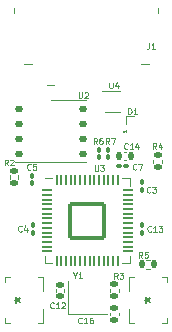
<source format=gto>
G04 #@! TF.GenerationSoftware,KiCad,Pcbnew,(6.0.5-0)*
G04 #@! TF.CreationDate,2022-09-21T23:51:35-04:00*
G04 #@! TF.ProjectId,pico_ducky_pcb,7069636f-5f64-4756-936b-795f7063622e,rev?*
G04 #@! TF.SameCoordinates,Original*
G04 #@! TF.FileFunction,Legend,Top*
G04 #@! TF.FilePolarity,Positive*
%FSLAX46Y46*%
G04 Gerber Fmt 4.6, Leading zero omitted, Abs format (unit mm)*
G04 Created by KiCad (PCBNEW (6.0.5-0)) date 2022-09-21 23:51:35*
%MOMM*%
%LPD*%
G01*
G04 APERTURE LIST*
G04 Aperture macros list*
%AMRoundRect*
0 Rectangle with rounded corners*
0 $1 Rounding radius*
0 $2 $3 $4 $5 $6 $7 $8 $9 X,Y pos of 4 corners*
0 Add a 4 corners polygon primitive as box body*
4,1,4,$2,$3,$4,$5,$6,$7,$8,$9,$2,$3,0*
0 Add four circle primitives for the rounded corners*
1,1,$1+$1,$2,$3*
1,1,$1+$1,$4,$5*
1,1,$1+$1,$6,$7*
1,1,$1+$1,$8,$9*
0 Add four rect primitives between the rounded corners*
20,1,$1+$1,$2,$3,$4,$5,0*
20,1,$1+$1,$4,$5,$6,$7,0*
20,1,$1+$1,$6,$7,$8,$9,0*
20,1,$1+$1,$8,$9,$2,$3,0*%
G04 Aperture macros list end*
%ADD10C,0.100000*%
%ADD11C,0.150000*%
%ADD12C,0.075000*%
%ADD13C,0.120000*%
%ADD14RoundRect,0.100000X-0.100000X0.130000X-0.100000X-0.130000X0.100000X-0.130000X0.100000X0.130000X0*%
%ADD15C,0.711200*%
%ADD16R,0.812800X0.508000*%
%ADD17R,0.508000X0.889000*%
%ADD18R,0.500000X0.500000*%
%ADD19RoundRect,0.125000X-0.250000X-0.125000X0.250000X-0.125000X0.250000X0.125000X-0.250000X0.125000X0*%
%ADD20R,3.400000X4.300000*%
%ADD21RoundRect,0.100000X0.100000X-0.130000X0.100000X0.130000X-0.100000X0.130000X-0.100000X-0.130000X0*%
%ADD22RoundRect,0.100000X0.130000X0.100000X-0.130000X0.100000X-0.130000X-0.100000X0.130000X-0.100000X0*%
%ADD23R,1.150000X1.000000*%
%ADD24R,0.700000X0.340000*%
%ADD25RoundRect,0.140000X0.170000X-0.140000X0.170000X0.140000X-0.170000X0.140000X-0.170000X-0.140000X0*%
%ADD26RoundRect,0.050000X-0.387500X-0.050000X0.387500X-0.050000X0.387500X0.050000X-0.387500X0.050000X0*%
%ADD27RoundRect,0.050000X-0.050000X-0.387500X0.050000X-0.387500X0.050000X0.387500X-0.050000X0.387500X0*%
%ADD28RoundRect,0.144000X-1.456000X-1.456000X1.456000X-1.456000X1.456000X1.456000X-1.456000X1.456000X0*%
%ADD29RoundRect,0.135000X0.135000X0.185000X-0.135000X0.185000X-0.135000X-0.185000X0.135000X-0.185000X0*%
%ADD30RoundRect,0.135000X0.185000X-0.135000X0.185000X0.135000X-0.185000X0.135000X-0.185000X-0.135000X0*%
%ADD31RoundRect,0.140000X-0.170000X0.140000X-0.170000X-0.140000X0.170000X-0.140000X0.170000X0.140000X0*%
%ADD32RoundRect,0.135000X-0.185000X0.135000X-0.185000X-0.135000X0.185000X-0.135000X0.185000X0.135000X0*%
%ADD33RoundRect,0.140000X0.140000X0.170000X-0.140000X0.170000X-0.140000X-0.170000X0.140000X-0.170000X0*%
%ADD34R,1.300000X1.700000*%
%ADD35C,2.600000*%
G04 APERTURE END LIST*
D10*
X92451666Y-55578571D02*
X92427857Y-55602380D01*
X92356428Y-55626190D01*
X92308809Y-55626190D01*
X92237380Y-55602380D01*
X92189761Y-55554761D01*
X92165952Y-55507142D01*
X92142142Y-55411904D01*
X92142142Y-55340476D01*
X92165952Y-55245238D01*
X92189761Y-55197619D01*
X92237380Y-55150000D01*
X92308809Y-55126190D01*
X92356428Y-55126190D01*
X92427857Y-55150000D01*
X92451666Y-55173809D01*
X92618333Y-55126190D02*
X92927857Y-55126190D01*
X92761190Y-55316666D01*
X92832619Y-55316666D01*
X92880238Y-55340476D01*
X92904047Y-55364285D01*
X92927857Y-55411904D01*
X92927857Y-55530952D01*
X92904047Y-55578571D01*
X92880238Y-55602380D01*
X92832619Y-55626190D01*
X92689761Y-55626190D01*
X92642142Y-55602380D01*
X92618333Y-55578571D01*
D11*
X80948180Y-64700000D02*
X81186276Y-64700000D01*
X81091038Y-64938095D02*
X81186276Y-64700000D01*
X81091038Y-64461904D01*
X81376752Y-64842857D02*
X81186276Y-64700000D01*
X81376752Y-64557142D01*
D10*
X90565952Y-48961190D02*
X90565952Y-48461190D01*
X90685000Y-48461190D01*
X90756428Y-48485000D01*
X90804047Y-48532619D01*
X90827857Y-48580238D01*
X90851666Y-48675476D01*
X90851666Y-48746904D01*
X90827857Y-48842142D01*
X90804047Y-48889761D01*
X90756428Y-48937380D01*
X90685000Y-48961190D01*
X90565952Y-48961190D01*
X91327857Y-48961190D02*
X91042142Y-48961190D01*
X91185000Y-48961190D02*
X91185000Y-48461190D01*
X91137380Y-48532619D01*
X91089761Y-48580238D01*
X91042142Y-48604047D01*
D12*
X90415714Y-50334285D02*
X90415714Y-50505714D01*
X90415714Y-50420000D02*
X90115714Y-50420000D01*
X90158571Y-50448571D01*
X90187142Y-50477142D01*
X90201428Y-50505714D01*
D10*
X86369047Y-47096190D02*
X86369047Y-47500952D01*
X86392857Y-47548571D01*
X86416666Y-47572380D01*
X86464285Y-47596190D01*
X86559523Y-47596190D01*
X86607142Y-47572380D01*
X86630952Y-47548571D01*
X86654761Y-47500952D01*
X86654761Y-47096190D01*
X86869047Y-47143809D02*
X86892857Y-47120000D01*
X86940476Y-47096190D01*
X87059523Y-47096190D01*
X87107142Y-47120000D01*
X87130952Y-47143809D01*
X87154761Y-47191428D01*
X87154761Y-47239047D01*
X87130952Y-47310476D01*
X86845238Y-47596190D01*
X87154761Y-47596190D01*
X88966666Y-51496190D02*
X88800000Y-51258095D01*
X88680952Y-51496190D02*
X88680952Y-50996190D01*
X88871428Y-50996190D01*
X88919047Y-51020000D01*
X88942857Y-51043809D01*
X88966666Y-51091428D01*
X88966666Y-51162857D01*
X88942857Y-51210476D01*
X88919047Y-51234285D01*
X88871428Y-51258095D01*
X88680952Y-51258095D01*
X89133333Y-50996190D02*
X89466666Y-50996190D01*
X89252380Y-51496190D01*
X91246666Y-53618571D02*
X91222857Y-53642380D01*
X91151428Y-53666190D01*
X91103809Y-53666190D01*
X91032380Y-53642380D01*
X90984761Y-53594761D01*
X90960952Y-53547142D01*
X90937142Y-53451904D01*
X90937142Y-53380476D01*
X90960952Y-53285238D01*
X90984761Y-53237619D01*
X91032380Y-53190000D01*
X91103809Y-53166190D01*
X91151428Y-53166190D01*
X91222857Y-53190000D01*
X91246666Y-53213809D01*
X91413333Y-53166190D02*
X91746666Y-53166190D01*
X91532380Y-53666190D01*
X86051904Y-62638095D02*
X86051904Y-62876190D01*
X85885238Y-62376190D02*
X86051904Y-62638095D01*
X86218571Y-62376190D01*
X86647142Y-62876190D02*
X86361428Y-62876190D01*
X86504285Y-62876190D02*
X86504285Y-62376190D01*
X86456666Y-62447619D01*
X86409047Y-62495238D01*
X86361428Y-62519047D01*
X88969047Y-46296190D02*
X88969047Y-46700952D01*
X88992857Y-46748571D01*
X89016666Y-46772380D01*
X89064285Y-46796190D01*
X89159523Y-46796190D01*
X89207142Y-46772380D01*
X89230952Y-46748571D01*
X89254761Y-46700952D01*
X89254761Y-46296190D01*
X89707142Y-46462857D02*
X89707142Y-46796190D01*
X89588095Y-46272380D02*
X89469047Y-46629523D01*
X89778571Y-46629523D01*
X82316666Y-53638571D02*
X82292857Y-53662380D01*
X82221428Y-53686190D01*
X82173809Y-53686190D01*
X82102380Y-53662380D01*
X82054761Y-53614761D01*
X82030952Y-53567142D01*
X82007142Y-53471904D01*
X82007142Y-53400476D01*
X82030952Y-53305238D01*
X82054761Y-53257619D01*
X82102380Y-53210000D01*
X82173809Y-53186190D01*
X82221428Y-53186190D01*
X82292857Y-53210000D01*
X82316666Y-53233809D01*
X82769047Y-53186190D02*
X82530952Y-53186190D01*
X82507142Y-53424285D01*
X82530952Y-53400476D01*
X82578571Y-53376666D01*
X82697619Y-53376666D01*
X82745238Y-53400476D01*
X82769047Y-53424285D01*
X82792857Y-53471904D01*
X82792857Y-53590952D01*
X82769047Y-53638571D01*
X82745238Y-53662380D01*
X82697619Y-53686190D01*
X82578571Y-53686190D01*
X82530952Y-53662380D01*
X82507142Y-53638571D01*
X81546666Y-58863571D02*
X81522857Y-58887380D01*
X81451428Y-58911190D01*
X81403809Y-58911190D01*
X81332380Y-58887380D01*
X81284761Y-58839761D01*
X81260952Y-58792142D01*
X81237142Y-58696904D01*
X81237142Y-58625476D01*
X81260952Y-58530238D01*
X81284761Y-58482619D01*
X81332380Y-58435000D01*
X81403809Y-58411190D01*
X81451428Y-58411190D01*
X81522857Y-58435000D01*
X81546666Y-58458809D01*
X81975238Y-58577857D02*
X81975238Y-58911190D01*
X81856190Y-58387380D02*
X81737142Y-58744523D01*
X82046666Y-58744523D01*
X86628571Y-66648571D02*
X86604761Y-66672380D01*
X86533333Y-66696190D01*
X86485714Y-66696190D01*
X86414285Y-66672380D01*
X86366666Y-66624761D01*
X86342857Y-66577142D01*
X86319047Y-66481904D01*
X86319047Y-66410476D01*
X86342857Y-66315238D01*
X86366666Y-66267619D01*
X86414285Y-66220000D01*
X86485714Y-66196190D01*
X86533333Y-66196190D01*
X86604761Y-66220000D01*
X86628571Y-66243809D01*
X87104761Y-66696190D02*
X86819047Y-66696190D01*
X86961904Y-66696190D02*
X86961904Y-66196190D01*
X86914285Y-66267619D01*
X86866666Y-66315238D01*
X86819047Y-66339047D01*
X87533333Y-66196190D02*
X87438095Y-66196190D01*
X87390476Y-66220000D01*
X87366666Y-66243809D01*
X87319047Y-66315238D01*
X87295238Y-66410476D01*
X87295238Y-66600952D01*
X87319047Y-66648571D01*
X87342857Y-66672380D01*
X87390476Y-66696190D01*
X87485714Y-66696190D01*
X87533333Y-66672380D01*
X87557142Y-66648571D01*
X87580952Y-66600952D01*
X87580952Y-66481904D01*
X87557142Y-66434285D01*
X87533333Y-66410476D01*
X87485714Y-66386666D01*
X87390476Y-66386666D01*
X87342857Y-66410476D01*
X87319047Y-66434285D01*
X87295238Y-66481904D01*
X87734047Y-53281190D02*
X87734047Y-53685952D01*
X87757857Y-53733571D01*
X87781666Y-53757380D01*
X87829285Y-53781190D01*
X87924523Y-53781190D01*
X87972142Y-53757380D01*
X87995952Y-53733571D01*
X88019761Y-53685952D01*
X88019761Y-53281190D01*
X88210238Y-53281190D02*
X88519761Y-53281190D01*
X88353095Y-53471666D01*
X88424523Y-53471666D01*
X88472142Y-53495476D01*
X88495952Y-53519285D01*
X88519761Y-53566904D01*
X88519761Y-53685952D01*
X88495952Y-53733571D01*
X88472142Y-53757380D01*
X88424523Y-53781190D01*
X88281666Y-53781190D01*
X88234047Y-53757380D01*
X88210238Y-53733571D01*
D11*
X91956580Y-64700000D02*
X92194676Y-64700000D01*
X92099438Y-64938095D02*
X92194676Y-64700000D01*
X92099438Y-64461904D01*
X92385152Y-64842857D02*
X92194676Y-64700000D01*
X92385152Y-64557142D01*
D10*
X91766666Y-61126190D02*
X91600000Y-60888095D01*
X91480952Y-61126190D02*
X91480952Y-60626190D01*
X91671428Y-60626190D01*
X91719047Y-60650000D01*
X91742857Y-60673809D01*
X91766666Y-60721428D01*
X91766666Y-60792857D01*
X91742857Y-60840476D01*
X91719047Y-60864285D01*
X91671428Y-60888095D01*
X91480952Y-60888095D01*
X92219047Y-60626190D02*
X91980952Y-60626190D01*
X91957142Y-60864285D01*
X91980952Y-60840476D01*
X92028571Y-60816666D01*
X92147619Y-60816666D01*
X92195238Y-60840476D01*
X92219047Y-60864285D01*
X92242857Y-60911904D01*
X92242857Y-61030952D01*
X92219047Y-61078571D01*
X92195238Y-61102380D01*
X92147619Y-61126190D01*
X92028571Y-61126190D01*
X91980952Y-61102380D01*
X91957142Y-61078571D01*
X89666666Y-62896190D02*
X89500000Y-62658095D01*
X89380952Y-62896190D02*
X89380952Y-62396190D01*
X89571428Y-62396190D01*
X89619047Y-62420000D01*
X89642857Y-62443809D01*
X89666666Y-62491428D01*
X89666666Y-62562857D01*
X89642857Y-62610476D01*
X89619047Y-62634285D01*
X89571428Y-62658095D01*
X89380952Y-62658095D01*
X89833333Y-62396190D02*
X90142857Y-62396190D01*
X89976190Y-62586666D01*
X90047619Y-62586666D01*
X90095238Y-62610476D01*
X90119047Y-62634285D01*
X90142857Y-62681904D01*
X90142857Y-62800952D01*
X90119047Y-62848571D01*
X90095238Y-62872380D01*
X90047619Y-62896190D01*
X89904761Y-62896190D01*
X89857142Y-62872380D01*
X89833333Y-62848571D01*
X92508571Y-58888571D02*
X92484761Y-58912380D01*
X92413333Y-58936190D01*
X92365714Y-58936190D01*
X92294285Y-58912380D01*
X92246666Y-58864761D01*
X92222857Y-58817142D01*
X92199047Y-58721904D01*
X92199047Y-58650476D01*
X92222857Y-58555238D01*
X92246666Y-58507619D01*
X92294285Y-58460000D01*
X92365714Y-58436190D01*
X92413333Y-58436190D01*
X92484761Y-58460000D01*
X92508571Y-58483809D01*
X92984761Y-58936190D02*
X92699047Y-58936190D01*
X92841904Y-58936190D02*
X92841904Y-58436190D01*
X92794285Y-58507619D01*
X92746666Y-58555238D01*
X92699047Y-58579047D01*
X93151428Y-58436190D02*
X93460952Y-58436190D01*
X93294285Y-58626666D01*
X93365714Y-58626666D01*
X93413333Y-58650476D01*
X93437142Y-58674285D01*
X93460952Y-58721904D01*
X93460952Y-58840952D01*
X93437142Y-58888571D01*
X93413333Y-58912380D01*
X93365714Y-58936190D01*
X93222857Y-58936190D01*
X93175238Y-58912380D01*
X93151428Y-58888571D01*
X84263571Y-65358571D02*
X84239761Y-65382380D01*
X84168333Y-65406190D01*
X84120714Y-65406190D01*
X84049285Y-65382380D01*
X84001666Y-65334761D01*
X83977857Y-65287142D01*
X83954047Y-65191904D01*
X83954047Y-65120476D01*
X83977857Y-65025238D01*
X84001666Y-64977619D01*
X84049285Y-64930000D01*
X84120714Y-64906190D01*
X84168333Y-64906190D01*
X84239761Y-64930000D01*
X84263571Y-64953809D01*
X84739761Y-65406190D02*
X84454047Y-65406190D01*
X84596904Y-65406190D02*
X84596904Y-64906190D01*
X84549285Y-64977619D01*
X84501666Y-65025238D01*
X84454047Y-65049047D01*
X84930238Y-64953809D02*
X84954047Y-64930000D01*
X85001666Y-64906190D01*
X85120714Y-64906190D01*
X85168333Y-64930000D01*
X85192142Y-64953809D01*
X85215952Y-65001428D01*
X85215952Y-65049047D01*
X85192142Y-65120476D01*
X84906428Y-65406190D01*
X85215952Y-65406190D01*
X87916666Y-51496190D02*
X87750000Y-51258095D01*
X87630952Y-51496190D02*
X87630952Y-50996190D01*
X87821428Y-50996190D01*
X87869047Y-51020000D01*
X87892857Y-51043809D01*
X87916666Y-51091428D01*
X87916666Y-51162857D01*
X87892857Y-51210476D01*
X87869047Y-51234285D01*
X87821428Y-51258095D01*
X87630952Y-51258095D01*
X88345238Y-50996190D02*
X88250000Y-50996190D01*
X88202380Y-51020000D01*
X88178571Y-51043809D01*
X88130952Y-51115238D01*
X88107142Y-51210476D01*
X88107142Y-51400952D01*
X88130952Y-51448571D01*
X88154761Y-51472380D01*
X88202380Y-51496190D01*
X88297619Y-51496190D01*
X88345238Y-51472380D01*
X88369047Y-51448571D01*
X88392857Y-51400952D01*
X88392857Y-51281904D01*
X88369047Y-51234285D01*
X88345238Y-51210476D01*
X88297619Y-51186666D01*
X88202380Y-51186666D01*
X88154761Y-51210476D01*
X88130952Y-51234285D01*
X88107142Y-51281904D01*
X92946666Y-51926190D02*
X92780000Y-51688095D01*
X92660952Y-51926190D02*
X92660952Y-51426190D01*
X92851428Y-51426190D01*
X92899047Y-51450000D01*
X92922857Y-51473809D01*
X92946666Y-51521428D01*
X92946666Y-51592857D01*
X92922857Y-51640476D01*
X92899047Y-51664285D01*
X92851428Y-51688095D01*
X92660952Y-51688095D01*
X93375238Y-51592857D02*
X93375238Y-51926190D01*
X93256190Y-51402380D02*
X93137142Y-51759523D01*
X93446666Y-51759523D01*
X90518571Y-51878571D02*
X90494761Y-51902380D01*
X90423333Y-51926190D01*
X90375714Y-51926190D01*
X90304285Y-51902380D01*
X90256666Y-51854761D01*
X90232857Y-51807142D01*
X90209047Y-51711904D01*
X90209047Y-51640476D01*
X90232857Y-51545238D01*
X90256666Y-51497619D01*
X90304285Y-51450000D01*
X90375714Y-51426190D01*
X90423333Y-51426190D01*
X90494761Y-51450000D01*
X90518571Y-51473809D01*
X90994761Y-51926190D02*
X90709047Y-51926190D01*
X90851904Y-51926190D02*
X90851904Y-51426190D01*
X90804285Y-51497619D01*
X90756666Y-51545238D01*
X90709047Y-51569047D01*
X91423333Y-51592857D02*
X91423333Y-51926190D01*
X91304285Y-51402380D02*
X91185238Y-51759523D01*
X91494761Y-51759523D01*
X80396666Y-53316190D02*
X80230000Y-53078095D01*
X80110952Y-53316190D02*
X80110952Y-52816190D01*
X80301428Y-52816190D01*
X80349047Y-52840000D01*
X80372857Y-52863809D01*
X80396666Y-52911428D01*
X80396666Y-52982857D01*
X80372857Y-53030476D01*
X80349047Y-53054285D01*
X80301428Y-53078095D01*
X80110952Y-53078095D01*
X80587142Y-52863809D02*
X80610952Y-52840000D01*
X80658571Y-52816190D01*
X80777619Y-52816190D01*
X80825238Y-52840000D01*
X80849047Y-52863809D01*
X80872857Y-52911428D01*
X80872857Y-52959047D01*
X80849047Y-53030476D01*
X80563333Y-53316190D01*
X80872857Y-53316190D01*
X92333333Y-42946190D02*
X92333333Y-43303333D01*
X92309523Y-43374761D01*
X92261904Y-43422380D01*
X92190476Y-43446190D01*
X92142857Y-43446190D01*
X92833333Y-43446190D02*
X92547619Y-43446190D01*
X92690476Y-43446190D02*
X92690476Y-42946190D01*
X92642857Y-43017619D01*
X92595238Y-43065238D01*
X92547619Y-43089047D01*
D13*
X83350000Y-63922760D02*
X83350000Y-62769600D01*
X80150000Y-62770000D02*
X80150000Y-63200000D01*
X80560000Y-62769600D02*
X80150000Y-62769600D01*
X80150000Y-66230000D02*
X80150000Y-66630000D01*
X83343931Y-62769600D02*
X82956070Y-62769600D01*
X80150000Y-66630400D02*
X80560000Y-66630400D01*
X82950000Y-66630400D02*
X83337861Y-66630400D01*
X83350000Y-66630400D02*
X83350000Y-65477240D01*
D10*
X90400000Y-49120000D02*
X90400000Y-49770000D01*
X91050000Y-49120000D02*
X90400000Y-49120000D01*
D13*
X81000000Y-53010000D02*
X87000000Y-53010000D01*
X84000000Y-47790000D02*
X87000000Y-47790000D01*
X85450000Y-63100000D02*
X85450000Y-65900000D01*
X85450000Y-65900000D02*
X88750000Y-65900000D01*
X88350000Y-46970000D02*
X89900000Y-46970000D01*
X89900000Y-48770000D02*
X88600000Y-48770000D01*
X89040000Y-66007836D02*
X89040000Y-65792164D01*
X89760000Y-66007836D02*
X89760000Y-65792164D01*
X90710000Y-61610000D02*
X90710000Y-60960000D01*
X84140000Y-61610000D02*
X83490000Y-61610000D01*
X90710000Y-54390000D02*
X90710000Y-55040000D01*
X90060000Y-54390000D02*
X90710000Y-54390000D01*
X90060000Y-61610000D02*
X90710000Y-61610000D01*
X84140000Y-54390000D02*
X83490000Y-54390000D01*
X83490000Y-61610000D02*
X83490000Y-60960000D01*
X90656069Y-66630400D02*
X91043930Y-66630400D01*
X93850000Y-63170000D02*
X93850000Y-62770000D01*
X93850000Y-66630000D02*
X93850000Y-66200000D01*
X91050000Y-62769600D02*
X90662139Y-62769600D01*
X93440000Y-66630400D02*
X93850000Y-66630400D01*
X90650000Y-62769600D02*
X90650000Y-63922760D01*
X93850000Y-62769600D02*
X93440000Y-62769600D01*
X90650000Y-65477240D02*
X90650000Y-66630400D01*
X92403641Y-61320000D02*
X92096359Y-61320000D01*
X92403641Y-62080000D02*
X92096359Y-62080000D01*
X89020000Y-64053641D02*
X89020000Y-63746359D01*
X89780000Y-64053641D02*
X89780000Y-63746359D01*
X85160000Y-63792164D02*
X85160000Y-64007836D01*
X84440000Y-63792164D02*
X84440000Y-64007836D01*
X92670000Y-52816359D02*
X92670000Y-53123641D01*
X93430000Y-52816359D02*
X93430000Y-53123641D01*
X90407836Y-52140000D02*
X90192164Y-52140000D01*
X90407836Y-52860000D02*
X90192164Y-52860000D01*
X80520000Y-54146359D02*
X80520000Y-54453641D01*
X81280000Y-54146359D02*
X81280000Y-54453641D01*
X91610000Y-44745000D02*
X92290000Y-44745000D01*
X93060000Y-40005000D02*
X93060000Y-40405000D01*
X84300000Y-46520000D02*
X83700000Y-46520000D01*
X80940000Y-40005000D02*
X80940000Y-40405000D01*
X82390000Y-44745000D02*
X81710000Y-44745000D01*
%LPC*%
D14*
X91700000Y-54750000D03*
X91700000Y-55390000D03*
D15*
X81750000Y-63699999D03*
X81750000Y-65700001D03*
D16*
X81150001Y-62999998D03*
D17*
X83399999Y-64700000D03*
D16*
X81150001Y-66400002D03*
X82349999Y-66400002D03*
X82349999Y-62999998D03*
D18*
X90800000Y-50420000D03*
X91700000Y-50420000D03*
X91700000Y-49520000D03*
X90800000Y-49520000D03*
D19*
X81300000Y-48495000D03*
X81300000Y-49765000D03*
X81300000Y-51035000D03*
X81300000Y-52305000D03*
X86700000Y-52305000D03*
X86700000Y-51035000D03*
X86700000Y-49765000D03*
X86700000Y-48495000D03*
D20*
X84000000Y-50400000D03*
D21*
X88900000Y-52620000D03*
X88900000Y-51980000D03*
D22*
X90420000Y-53400000D03*
X89780000Y-53400000D03*
D23*
X86225000Y-65200000D03*
X87975000Y-65200000D03*
X87975000Y-63800000D03*
X86225000Y-63800000D03*
D24*
X88500000Y-47370000D03*
X88500000Y-47870000D03*
X88500000Y-48370000D03*
X90000000Y-48370000D03*
X90000000Y-47870000D03*
X90000000Y-47370000D03*
D14*
X82400000Y-54180000D03*
X82400000Y-54820000D03*
X82495000Y-58365000D03*
X82495000Y-59005000D03*
D25*
X89400000Y-66380000D03*
X89400000Y-65420000D03*
D26*
X83662500Y-55400000D03*
X83662500Y-55800000D03*
X83662500Y-56200000D03*
X83662500Y-56600000D03*
X83662500Y-57000000D03*
X83662500Y-57400000D03*
X83662500Y-57800000D03*
X83662500Y-58200000D03*
X83662500Y-58600000D03*
X83662500Y-59000000D03*
X83662500Y-59400000D03*
X83662500Y-59800000D03*
X83662500Y-60200000D03*
X83662500Y-60600000D03*
D27*
X84500000Y-61437500D03*
X84900000Y-61437500D03*
X85300000Y-61437500D03*
X85700000Y-61437500D03*
X86100000Y-61437500D03*
X86500000Y-61437500D03*
X86900000Y-61437500D03*
X87300000Y-61437500D03*
X87700000Y-61437500D03*
X88100000Y-61437500D03*
X88500000Y-61437500D03*
X88900000Y-61437500D03*
X89300000Y-61437500D03*
X89700000Y-61437500D03*
D26*
X90537500Y-60600000D03*
X90537500Y-60200000D03*
X90537500Y-59800000D03*
X90537500Y-59400000D03*
X90537500Y-59000000D03*
X90537500Y-58600000D03*
X90537500Y-58200000D03*
X90537500Y-57800000D03*
X90537500Y-57400000D03*
X90537500Y-57000000D03*
X90537500Y-56600000D03*
X90537500Y-56200000D03*
X90537500Y-55800000D03*
X90537500Y-55400000D03*
D27*
X89700000Y-54562500D03*
X89300000Y-54562500D03*
X88900000Y-54562500D03*
X88500000Y-54562500D03*
X88100000Y-54562500D03*
X87700000Y-54562500D03*
X87300000Y-54562500D03*
X86900000Y-54562500D03*
X86500000Y-54562500D03*
X86100000Y-54562500D03*
X85700000Y-54562500D03*
X85300000Y-54562500D03*
X84900000Y-54562500D03*
X84500000Y-54562500D03*
D28*
X87100000Y-58000000D03*
D15*
X92250000Y-63699999D03*
X92250000Y-65700001D03*
D16*
X92849999Y-66400002D03*
X91650001Y-62999998D03*
X92849999Y-62999998D03*
D17*
X90600001Y-64700000D03*
D16*
X91650001Y-66400002D03*
D29*
X92760000Y-61700000D03*
X91740000Y-61700000D03*
D30*
X89400000Y-64410000D03*
X89400000Y-63390000D03*
D14*
X91700000Y-58380000D03*
X91700000Y-59020000D03*
D31*
X84800000Y-63420000D03*
X84800000Y-64380000D03*
D21*
X88100000Y-52620000D03*
X88100000Y-51980000D03*
D32*
X93050000Y-52460000D03*
X93050000Y-53480000D03*
D33*
X90780000Y-52500000D03*
X89820000Y-52500000D03*
D32*
X80900000Y-53790000D03*
X80900000Y-54810000D03*
D34*
X83500000Y-44595000D03*
X86000000Y-44595000D03*
X88000000Y-44595000D03*
X90500000Y-44595000D03*
D35*
X89250000Y-42245000D03*
X84650000Y-42245000D03*
M02*

</source>
